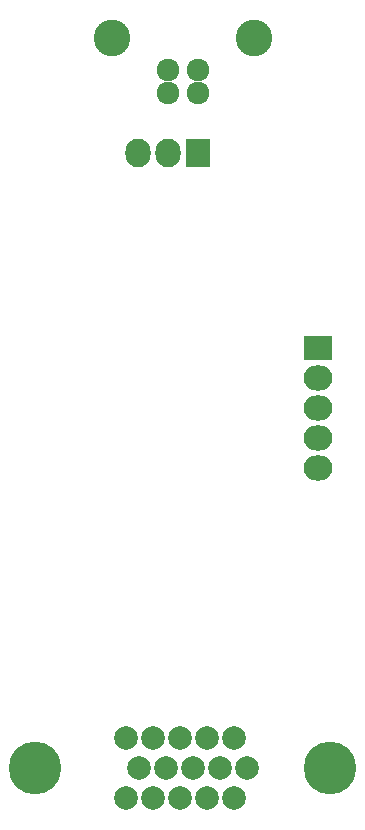
<source format=gbr>
G04 #@! TF.FileFunction,Soldermask,Bot*
%FSLAX46Y46*%
G04 Gerber Fmt 4.6, Leading zero omitted, Abs format (unit mm)*
G04 Created by KiCad (PCBNEW 4.0.2+dfsg1-stable) date Tue 21 Nov 2017 04:08:45 PM CST*
%MOMM*%
G01*
G04 APERTURE LIST*
%ADD10C,0.100000*%
%ADD11C,4.464000*%
%ADD12C,2.000200*%
%ADD13R,2.127200X2.432000*%
%ADD14O,2.127200X2.432000*%
%ADD15C,1.924000*%
%ADD16C,3.100020*%
%ADD17R,2.432000X2.127200*%
%ADD18O,2.432000X2.127200*%
G04 APERTURE END LIST*
D10*
D11*
X149659340Y-109220000D03*
X124660660Y-109220000D03*
D12*
X132330000Y-111760000D03*
X133475000Y-109220000D03*
X134620000Y-111760000D03*
X136910000Y-111760000D03*
X139200000Y-111760000D03*
X141490000Y-111760000D03*
X135765000Y-109220000D03*
X138055000Y-109220000D03*
X140345000Y-109220000D03*
X142635000Y-109220000D03*
X132330000Y-106680000D03*
X134620000Y-106680000D03*
X136910000Y-106680000D03*
X139200000Y-106680000D03*
X141490000Y-106680000D03*
D13*
X138430000Y-57150000D03*
D14*
X135890000Y-57150000D03*
X133350000Y-57150000D03*
D15*
X138430000Y-52070000D03*
X135890000Y-52070000D03*
X135890000Y-50071020D03*
X138430000Y-50071020D03*
D16*
X143159480Y-47371000D03*
X131160520Y-47371000D03*
D17*
X148590000Y-73660000D03*
D18*
X148590000Y-76200000D03*
X148590000Y-78740000D03*
X148590000Y-81280000D03*
X148590000Y-83820000D03*
M02*

</source>
